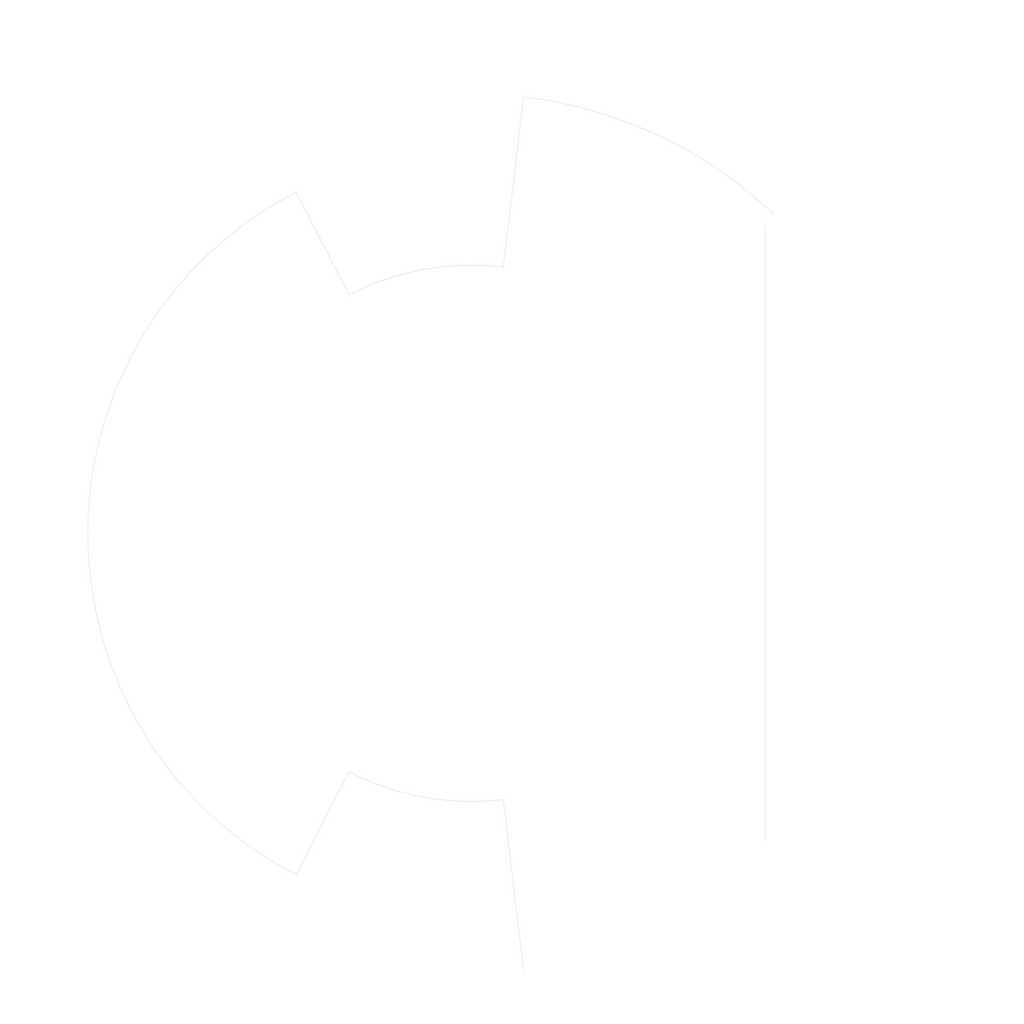
<source format=kicad_pcb>
(kicad_pcb
	(version 20241229)
	(generator "pcbnew")
	(generator_version "9.0")
	(general
		(thickness 1.6)
		(legacy_teardrops no)
	)
	(paper "A4")
	(title_block
		(title "SSL Kicker Board")
		(date "2025-10-04")
		(rev "V01")
		(company "Oxebots")
		(comment 1 "https://creativecommons.org/licenses/by/4.0/")
		(comment 2 "License: CC BY 4.0 ")
		(comment 3 "Author: Wildson Oliveira")
	)
	(layers
		(0 "F.Cu" signal)
		(2 "B.Cu" signal)
		(9 "F.Adhes" user "F.Adhesive")
		(11 "B.Adhes" user "B.Adhesive")
		(13 "F.Paste" user)
		(15 "B.Paste" user)
		(5 "F.SilkS" user "F.Silkscreen")
		(7 "B.SilkS" user "B.Silkscreen")
		(1 "F.Mask" user)
		(3 "B.Mask" user)
		(17 "Dwgs.User" user "User.Drawings")
		(19 "Cmts.User" user "User.Comments")
		(21 "Eco1.User" user "User.Eco1")
		(23 "Eco2.User" user "User.Eco2")
		(25 "Edge.Cuts" user)
		(27 "Margin" user)
		(31 "F.CrtYd" user "F.Courtyard")
		(29 "B.CrtYd" user "B.Courtyard")
		(35 "F.Fab" user)
		(33 "B.Fab" user)
		(39 "User.1" user)
		(41 "User.2" user)
		(43 "User.3" user)
		(45 "User.4" user)
	)
	(setup
		(pad_to_mask_clearance 0)
		(allow_soldermask_bridges_in_footprints no)
		(tenting front back)
		(grid_origin 89.7766 107.188)
		(pcbplotparams
			(layerselection 0x00000000_00000000_55555555_5d555550)
			(plot_on_all_layers_selection 0x00000000_00000000_00000000_00000000)
			(disableapertmacros no)
			(usegerberextensions no)
			(usegerberattributes yes)
			(usegerberadvancedattributes yes)
			(creategerberjobfile yes)
			(dashed_line_dash_ratio 12.000000)
			(dashed_line_gap_ratio 3.000000)
			(svgprecision 4)
			(plotframeref no)
			(mode 1)
			(useauxorigin no)
			(hpglpennumber 1)
			(hpglpenspeed 20)
			(hpglpendiameter 15.000000)
			(pdf_front_fp_property_popups yes)
			(pdf_back_fp_property_popups yes)
			(pdf_metadata yes)
			(pdf_single_document no)
			(dxfpolygonmode yes)
			(dxfimperialunits yes)
			(dxfusepcbnewfont yes)
			(psnegative no)
			(psa4output no)
			(plot_black_and_white yes)
			(sketchpadsonfab no)
			(plotpadnumbers no)
			(hidednponfab no)
			(sketchdnponfab yes)
			(crossoutdnponfab yes)
			(subtractmaskfromsilk no)
			(outputformat 1)
			(mirror no)
			(drillshape 0)
			(scaleselection 1)
			(outputdirectory "gerber/")
		)
	)
	(net 0 "")
	(gr_line
		(start 94.425227 68.170014)
		(end 97.400127 43.221756)
		(stroke
			(width 0.05)
			(type solid)
		)
		(layer "Edge.Cuts")
		(uuid "27dddda2-c91f-4ee0-8bde-16111bb1f7e8")
	)
	(gr_line
		(start 132.7766 107.188)
		(end 132.7766 152.307)
		(stroke
			(width 0.05)
			(type solid)
		)
		(layer "Edge.Cuts")
		(uuid "317ad65f-1422-4d13-b845-ac5554979487")
	)
	(gr_arc
		(start 64.06147 157.195289)
		(mid 33.544965 107.182192)
		(end 64.0718 57.1754)
		(stroke
			(width 0.05)
			(type default)
		)
		(layer "Edge.Cuts")
		(uuid "36d75009-4eda-49b6-bc2f-56c8c99b07c3")
	)
	(gr_arc
		(start 94.425226 146.205992)
		(mid 82.818163 145.860905)
		(end 71.818799 142.138405)
		(stroke
			(width 0.05)
			(type default)
		)
		(layer "Edge.Cuts")
		(uuid "5fe66f04-8391-41eb-a7ea-4621a9eaf17d")
	)
	(gr_line
		(start 132.7766 107.188)
		(end 132.7766 62.069)
		(stroke
			(width 0.05)
			(type solid)
		)
		(layer "Edge.Cuts")
		(uuid "805e5c4a-d547-402a-8c92-a89e1e98d27e")
	)
	(gr_line
		(start 64.074623 157.202048)
		(end 71.818799 142.138404)
		(stroke
			(width 0.05)
			(type default)
		)
		(layer "Edge.Cuts")
		(uuid "84555001-18b9-4946-b6ba-3e37c9406854")
	)
	(gr_arc
		(start 97.400127 43.221756)
		(mid 117.214486 48.904547)
		(end 134.219447 60.555051)
		(stroke
			(width 0.05)
			(type default)
		)
		(layer "Edge.Cuts")
		(uuid "91b9e2fb-86ea-4015-80d4-1d281c38ce2c")
	)
	(gr_line
		(start 71.8188 72.2376)
		(end 64.0718 57.1754)
		(stroke
			(width 0.05)
			(type solid)
		)
		(layer "Edge.Cuts")
		(uuid "9803f129-abe1-4b8f-80fb-4e4d77a6d219")
	)
	(gr_arc
		(start 71.8188 72.2376)
		(mid 82.818164 68.5151)
		(end 94.425227 68.170013)
		(stroke
			(width 0.05)
			(type default)
		)
		(layer "Edge.Cuts")
		(uuid "ef6467d4-72af-49a4-84a3-832392447630")
	)
	(gr_line
		(start 94.425224 146.205992)
		(end 97.400124 171.15425)
		(stroke
			(width 0.05)
			(type solid)
		)
		(layer "Edge.Cuts")
		(uuid "f3051d53-bfee-4fc9-a7ab-0fffd28a2462")
	)
	(gr_rect
		(start 20.710595 29.067859)
		(end 170.710595 179.067859)
		(stroke
			(width 0.1)
			(type solid)
		)
		(fill no)
		(layer "Margin")
		(uuid "0e38c213-55db-4d0b-901e-c52a7bd15287")
	)
	(embedded_fonts no)
)

</source>
